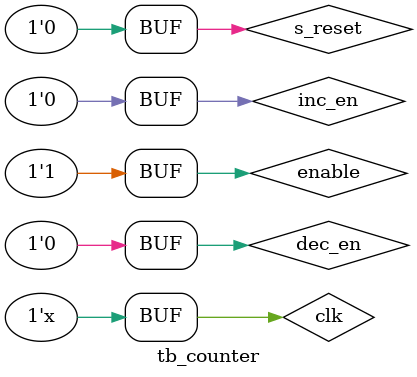
<source format=v>

`timescale 1ns / 1ns

module tb_counter;

//////////////////////////////////////////////////////////////////////////////////
// DUT
//////////////////////////////////////////////////////////////////////////////////

localparam COUNT_WIDTH = 4;

// input
reg clk;
reg s_reset;
reg enable;
reg inc_en;
reg dec_en;
// output
wire [COUNT_WIDTH-1:0] counter;

counter #(.COUNT_WIDTH(COUNT_WIDTH)) dut(
    .clk        (clk),
    .s_reset    (s_reset),
    .enable     (enable),
    .inc_en     (inc_en),
    .dec_en     (dec_en),
    .counter    (counter)
);

always
    #5 clk = !clk;

//////////////////////////////////////////////////////////////////////////////////
// Test Bench
//////////////////////////////////////////////////////////////////////////////////
initial begin

    // default conditions
    clk = 1'b0;
    enable = 1'b0;
    inc_en = 1'b0;
    dec_en = 1'b0;
    
    s_reset = 1'b1; #10; // assert reset
    s_reset = 1'b0;

    enable = 1'b1; #40; // enable counter
    
    inc_en = 1'b1; #160;
    inc_en = 1'b0;
    
    dec_en = 1'b1; #160;
    dec_en = 1'b0;
    
end

endmodule

</source>
